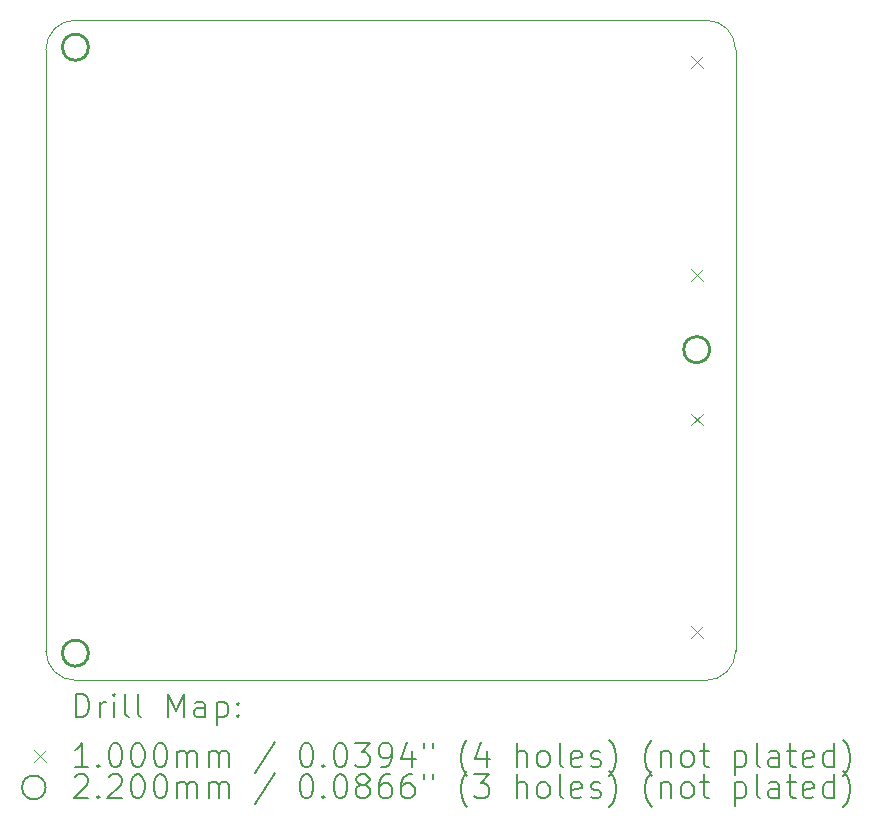
<source format=gbr>
%FSLAX45Y45*%
G04 Gerber Fmt 4.5, Leading zero omitted, Abs format (unit mm)*
G04 Created by KiCad (PCBNEW (6.0.4)) date 2022-07-06 17:34:39*
%MOMM*%
%LPD*%
G01*
G04 APERTURE LIST*
%TA.AperFunction,Profile*%
%ADD10C,0.050000*%
%TD*%
%ADD11C,0.200000*%
%ADD12C,0.100000*%
%ADD13C,0.220000*%
G04 APERTURE END LIST*
D10*
X11230000Y-11270000D02*
X11230000Y-6180000D01*
X11480000Y-5930000D02*
G75*
G03*
X11230000Y-6180000I0J-250000D01*
G01*
X17070000Y-6180000D02*
G75*
G03*
X16820000Y-5930000I-250000J0D01*
G01*
X16820000Y-11520000D02*
G75*
G03*
X17070000Y-11270000I0J250000D01*
G01*
X11230000Y-11270000D02*
G75*
G03*
X11480000Y-11520000I250000J0D01*
G01*
X11480000Y-5930000D02*
X16820000Y-5930000D01*
X16820000Y-11520000D02*
X11480000Y-11520000D01*
X17070000Y-6180000D02*
X17070000Y-11270000D01*
D11*
D12*
X16694000Y-6236000D02*
X16794000Y-6336000D01*
X16794000Y-6236000D02*
X16694000Y-6336000D01*
X16694000Y-8036000D02*
X16794000Y-8136000D01*
X16794000Y-8036000D02*
X16694000Y-8136000D01*
X16694000Y-9261000D02*
X16794000Y-9361000D01*
X16794000Y-9261000D02*
X16694000Y-9361000D01*
X16694000Y-11061000D02*
X16794000Y-11161000D01*
X16794000Y-11061000D02*
X16694000Y-11161000D01*
D13*
X11590000Y-6160000D02*
G75*
G03*
X11590000Y-6160000I-110000J0D01*
G01*
X11590000Y-11290000D02*
G75*
G03*
X11590000Y-11290000I-110000J0D01*
G01*
X16850000Y-8720000D02*
G75*
G03*
X16850000Y-8720000I-110000J0D01*
G01*
D11*
X11485119Y-11832976D02*
X11485119Y-11632976D01*
X11532738Y-11632976D01*
X11561309Y-11642500D01*
X11580357Y-11661548D01*
X11589881Y-11680595D01*
X11599405Y-11718690D01*
X11599405Y-11747262D01*
X11589881Y-11785357D01*
X11580357Y-11804405D01*
X11561309Y-11823452D01*
X11532738Y-11832976D01*
X11485119Y-11832976D01*
X11685119Y-11832976D02*
X11685119Y-11699643D01*
X11685119Y-11737738D02*
X11694643Y-11718690D01*
X11704167Y-11709167D01*
X11723214Y-11699643D01*
X11742262Y-11699643D01*
X11808928Y-11832976D02*
X11808928Y-11699643D01*
X11808928Y-11632976D02*
X11799405Y-11642500D01*
X11808928Y-11652024D01*
X11818452Y-11642500D01*
X11808928Y-11632976D01*
X11808928Y-11652024D01*
X11932738Y-11832976D02*
X11913690Y-11823452D01*
X11904167Y-11804405D01*
X11904167Y-11632976D01*
X12037500Y-11832976D02*
X12018452Y-11823452D01*
X12008928Y-11804405D01*
X12008928Y-11632976D01*
X12266071Y-11832976D02*
X12266071Y-11632976D01*
X12332738Y-11775833D01*
X12399405Y-11632976D01*
X12399405Y-11832976D01*
X12580357Y-11832976D02*
X12580357Y-11728214D01*
X12570833Y-11709167D01*
X12551786Y-11699643D01*
X12513690Y-11699643D01*
X12494643Y-11709167D01*
X12580357Y-11823452D02*
X12561309Y-11832976D01*
X12513690Y-11832976D01*
X12494643Y-11823452D01*
X12485119Y-11804405D01*
X12485119Y-11785357D01*
X12494643Y-11766309D01*
X12513690Y-11756786D01*
X12561309Y-11756786D01*
X12580357Y-11747262D01*
X12675595Y-11699643D02*
X12675595Y-11899643D01*
X12675595Y-11709167D02*
X12694643Y-11699643D01*
X12732738Y-11699643D01*
X12751786Y-11709167D01*
X12761309Y-11718690D01*
X12770833Y-11737738D01*
X12770833Y-11794881D01*
X12761309Y-11813928D01*
X12751786Y-11823452D01*
X12732738Y-11832976D01*
X12694643Y-11832976D01*
X12675595Y-11823452D01*
X12856548Y-11813928D02*
X12866071Y-11823452D01*
X12856548Y-11832976D01*
X12847024Y-11823452D01*
X12856548Y-11813928D01*
X12856548Y-11832976D01*
X12856548Y-11709167D02*
X12866071Y-11718690D01*
X12856548Y-11728214D01*
X12847024Y-11718690D01*
X12856548Y-11709167D01*
X12856548Y-11728214D01*
D12*
X11127500Y-12112500D02*
X11227500Y-12212500D01*
X11227500Y-12112500D02*
X11127500Y-12212500D01*
D11*
X11589881Y-12252976D02*
X11475595Y-12252976D01*
X11532738Y-12252976D02*
X11532738Y-12052976D01*
X11513690Y-12081548D01*
X11494643Y-12100595D01*
X11475595Y-12110119D01*
X11675595Y-12233928D02*
X11685119Y-12243452D01*
X11675595Y-12252976D01*
X11666071Y-12243452D01*
X11675595Y-12233928D01*
X11675595Y-12252976D01*
X11808928Y-12052976D02*
X11827976Y-12052976D01*
X11847024Y-12062500D01*
X11856548Y-12072024D01*
X11866071Y-12091071D01*
X11875595Y-12129167D01*
X11875595Y-12176786D01*
X11866071Y-12214881D01*
X11856548Y-12233928D01*
X11847024Y-12243452D01*
X11827976Y-12252976D01*
X11808928Y-12252976D01*
X11789881Y-12243452D01*
X11780357Y-12233928D01*
X11770833Y-12214881D01*
X11761309Y-12176786D01*
X11761309Y-12129167D01*
X11770833Y-12091071D01*
X11780357Y-12072024D01*
X11789881Y-12062500D01*
X11808928Y-12052976D01*
X11999405Y-12052976D02*
X12018452Y-12052976D01*
X12037500Y-12062500D01*
X12047024Y-12072024D01*
X12056548Y-12091071D01*
X12066071Y-12129167D01*
X12066071Y-12176786D01*
X12056548Y-12214881D01*
X12047024Y-12233928D01*
X12037500Y-12243452D01*
X12018452Y-12252976D01*
X11999405Y-12252976D01*
X11980357Y-12243452D01*
X11970833Y-12233928D01*
X11961309Y-12214881D01*
X11951786Y-12176786D01*
X11951786Y-12129167D01*
X11961309Y-12091071D01*
X11970833Y-12072024D01*
X11980357Y-12062500D01*
X11999405Y-12052976D01*
X12189881Y-12052976D02*
X12208928Y-12052976D01*
X12227976Y-12062500D01*
X12237500Y-12072024D01*
X12247024Y-12091071D01*
X12256548Y-12129167D01*
X12256548Y-12176786D01*
X12247024Y-12214881D01*
X12237500Y-12233928D01*
X12227976Y-12243452D01*
X12208928Y-12252976D01*
X12189881Y-12252976D01*
X12170833Y-12243452D01*
X12161309Y-12233928D01*
X12151786Y-12214881D01*
X12142262Y-12176786D01*
X12142262Y-12129167D01*
X12151786Y-12091071D01*
X12161309Y-12072024D01*
X12170833Y-12062500D01*
X12189881Y-12052976D01*
X12342262Y-12252976D02*
X12342262Y-12119643D01*
X12342262Y-12138690D02*
X12351786Y-12129167D01*
X12370833Y-12119643D01*
X12399405Y-12119643D01*
X12418452Y-12129167D01*
X12427976Y-12148214D01*
X12427976Y-12252976D01*
X12427976Y-12148214D02*
X12437500Y-12129167D01*
X12456548Y-12119643D01*
X12485119Y-12119643D01*
X12504167Y-12129167D01*
X12513690Y-12148214D01*
X12513690Y-12252976D01*
X12608928Y-12252976D02*
X12608928Y-12119643D01*
X12608928Y-12138690D02*
X12618452Y-12129167D01*
X12637500Y-12119643D01*
X12666071Y-12119643D01*
X12685119Y-12129167D01*
X12694643Y-12148214D01*
X12694643Y-12252976D01*
X12694643Y-12148214D02*
X12704167Y-12129167D01*
X12723214Y-12119643D01*
X12751786Y-12119643D01*
X12770833Y-12129167D01*
X12780357Y-12148214D01*
X12780357Y-12252976D01*
X13170833Y-12043452D02*
X12999405Y-12300595D01*
X13427976Y-12052976D02*
X13447024Y-12052976D01*
X13466071Y-12062500D01*
X13475595Y-12072024D01*
X13485119Y-12091071D01*
X13494643Y-12129167D01*
X13494643Y-12176786D01*
X13485119Y-12214881D01*
X13475595Y-12233928D01*
X13466071Y-12243452D01*
X13447024Y-12252976D01*
X13427976Y-12252976D01*
X13408928Y-12243452D01*
X13399405Y-12233928D01*
X13389881Y-12214881D01*
X13380357Y-12176786D01*
X13380357Y-12129167D01*
X13389881Y-12091071D01*
X13399405Y-12072024D01*
X13408928Y-12062500D01*
X13427976Y-12052976D01*
X13580357Y-12233928D02*
X13589881Y-12243452D01*
X13580357Y-12252976D01*
X13570833Y-12243452D01*
X13580357Y-12233928D01*
X13580357Y-12252976D01*
X13713690Y-12052976D02*
X13732738Y-12052976D01*
X13751786Y-12062500D01*
X13761309Y-12072024D01*
X13770833Y-12091071D01*
X13780357Y-12129167D01*
X13780357Y-12176786D01*
X13770833Y-12214881D01*
X13761309Y-12233928D01*
X13751786Y-12243452D01*
X13732738Y-12252976D01*
X13713690Y-12252976D01*
X13694643Y-12243452D01*
X13685119Y-12233928D01*
X13675595Y-12214881D01*
X13666071Y-12176786D01*
X13666071Y-12129167D01*
X13675595Y-12091071D01*
X13685119Y-12072024D01*
X13694643Y-12062500D01*
X13713690Y-12052976D01*
X13847024Y-12052976D02*
X13970833Y-12052976D01*
X13904167Y-12129167D01*
X13932738Y-12129167D01*
X13951786Y-12138690D01*
X13961309Y-12148214D01*
X13970833Y-12167262D01*
X13970833Y-12214881D01*
X13961309Y-12233928D01*
X13951786Y-12243452D01*
X13932738Y-12252976D01*
X13875595Y-12252976D01*
X13856548Y-12243452D01*
X13847024Y-12233928D01*
X14066071Y-12252976D02*
X14104167Y-12252976D01*
X14123214Y-12243452D01*
X14132738Y-12233928D01*
X14151786Y-12205357D01*
X14161309Y-12167262D01*
X14161309Y-12091071D01*
X14151786Y-12072024D01*
X14142262Y-12062500D01*
X14123214Y-12052976D01*
X14085119Y-12052976D01*
X14066071Y-12062500D01*
X14056548Y-12072024D01*
X14047024Y-12091071D01*
X14047024Y-12138690D01*
X14056548Y-12157738D01*
X14066071Y-12167262D01*
X14085119Y-12176786D01*
X14123214Y-12176786D01*
X14142262Y-12167262D01*
X14151786Y-12157738D01*
X14161309Y-12138690D01*
X14332738Y-12119643D02*
X14332738Y-12252976D01*
X14285119Y-12043452D02*
X14237500Y-12186309D01*
X14361309Y-12186309D01*
X14427976Y-12052976D02*
X14427976Y-12091071D01*
X14504167Y-12052976D02*
X14504167Y-12091071D01*
X14799405Y-12329167D02*
X14789881Y-12319643D01*
X14770833Y-12291071D01*
X14761309Y-12272024D01*
X14751786Y-12243452D01*
X14742262Y-12195833D01*
X14742262Y-12157738D01*
X14751786Y-12110119D01*
X14761309Y-12081548D01*
X14770833Y-12062500D01*
X14789881Y-12033928D01*
X14799405Y-12024405D01*
X14961309Y-12119643D02*
X14961309Y-12252976D01*
X14913690Y-12043452D02*
X14866071Y-12186309D01*
X14989881Y-12186309D01*
X15218452Y-12252976D02*
X15218452Y-12052976D01*
X15304167Y-12252976D02*
X15304167Y-12148214D01*
X15294643Y-12129167D01*
X15275595Y-12119643D01*
X15247024Y-12119643D01*
X15227976Y-12129167D01*
X15218452Y-12138690D01*
X15427976Y-12252976D02*
X15408928Y-12243452D01*
X15399405Y-12233928D01*
X15389881Y-12214881D01*
X15389881Y-12157738D01*
X15399405Y-12138690D01*
X15408928Y-12129167D01*
X15427976Y-12119643D01*
X15456548Y-12119643D01*
X15475595Y-12129167D01*
X15485119Y-12138690D01*
X15494643Y-12157738D01*
X15494643Y-12214881D01*
X15485119Y-12233928D01*
X15475595Y-12243452D01*
X15456548Y-12252976D01*
X15427976Y-12252976D01*
X15608928Y-12252976D02*
X15589881Y-12243452D01*
X15580357Y-12224405D01*
X15580357Y-12052976D01*
X15761309Y-12243452D02*
X15742262Y-12252976D01*
X15704167Y-12252976D01*
X15685119Y-12243452D01*
X15675595Y-12224405D01*
X15675595Y-12148214D01*
X15685119Y-12129167D01*
X15704167Y-12119643D01*
X15742262Y-12119643D01*
X15761309Y-12129167D01*
X15770833Y-12148214D01*
X15770833Y-12167262D01*
X15675595Y-12186309D01*
X15847024Y-12243452D02*
X15866071Y-12252976D01*
X15904167Y-12252976D01*
X15923214Y-12243452D01*
X15932738Y-12224405D01*
X15932738Y-12214881D01*
X15923214Y-12195833D01*
X15904167Y-12186309D01*
X15875595Y-12186309D01*
X15856548Y-12176786D01*
X15847024Y-12157738D01*
X15847024Y-12148214D01*
X15856548Y-12129167D01*
X15875595Y-12119643D01*
X15904167Y-12119643D01*
X15923214Y-12129167D01*
X15999405Y-12329167D02*
X16008928Y-12319643D01*
X16027976Y-12291071D01*
X16037500Y-12272024D01*
X16047024Y-12243452D01*
X16056548Y-12195833D01*
X16056548Y-12157738D01*
X16047024Y-12110119D01*
X16037500Y-12081548D01*
X16027976Y-12062500D01*
X16008928Y-12033928D01*
X15999405Y-12024405D01*
X16361309Y-12329167D02*
X16351786Y-12319643D01*
X16332738Y-12291071D01*
X16323214Y-12272024D01*
X16313690Y-12243452D01*
X16304167Y-12195833D01*
X16304167Y-12157738D01*
X16313690Y-12110119D01*
X16323214Y-12081548D01*
X16332738Y-12062500D01*
X16351786Y-12033928D01*
X16361309Y-12024405D01*
X16437500Y-12119643D02*
X16437500Y-12252976D01*
X16437500Y-12138690D02*
X16447024Y-12129167D01*
X16466071Y-12119643D01*
X16494643Y-12119643D01*
X16513690Y-12129167D01*
X16523214Y-12148214D01*
X16523214Y-12252976D01*
X16647024Y-12252976D02*
X16627976Y-12243452D01*
X16618452Y-12233928D01*
X16608928Y-12214881D01*
X16608928Y-12157738D01*
X16618452Y-12138690D01*
X16627976Y-12129167D01*
X16647024Y-12119643D01*
X16675595Y-12119643D01*
X16694643Y-12129167D01*
X16704167Y-12138690D01*
X16713690Y-12157738D01*
X16713690Y-12214881D01*
X16704167Y-12233928D01*
X16694643Y-12243452D01*
X16675595Y-12252976D01*
X16647024Y-12252976D01*
X16770833Y-12119643D02*
X16847024Y-12119643D01*
X16799405Y-12052976D02*
X16799405Y-12224405D01*
X16808929Y-12243452D01*
X16827976Y-12252976D01*
X16847024Y-12252976D01*
X17066071Y-12119643D02*
X17066071Y-12319643D01*
X17066071Y-12129167D02*
X17085119Y-12119643D01*
X17123214Y-12119643D01*
X17142262Y-12129167D01*
X17151786Y-12138690D01*
X17161310Y-12157738D01*
X17161310Y-12214881D01*
X17151786Y-12233928D01*
X17142262Y-12243452D01*
X17123214Y-12252976D01*
X17085119Y-12252976D01*
X17066071Y-12243452D01*
X17275595Y-12252976D02*
X17256548Y-12243452D01*
X17247024Y-12224405D01*
X17247024Y-12052976D01*
X17437500Y-12252976D02*
X17437500Y-12148214D01*
X17427976Y-12129167D01*
X17408929Y-12119643D01*
X17370833Y-12119643D01*
X17351786Y-12129167D01*
X17437500Y-12243452D02*
X17418452Y-12252976D01*
X17370833Y-12252976D01*
X17351786Y-12243452D01*
X17342262Y-12224405D01*
X17342262Y-12205357D01*
X17351786Y-12186309D01*
X17370833Y-12176786D01*
X17418452Y-12176786D01*
X17437500Y-12167262D01*
X17504167Y-12119643D02*
X17580357Y-12119643D01*
X17532738Y-12052976D02*
X17532738Y-12224405D01*
X17542262Y-12243452D01*
X17561310Y-12252976D01*
X17580357Y-12252976D01*
X17723214Y-12243452D02*
X17704167Y-12252976D01*
X17666071Y-12252976D01*
X17647024Y-12243452D01*
X17637500Y-12224405D01*
X17637500Y-12148214D01*
X17647024Y-12129167D01*
X17666071Y-12119643D01*
X17704167Y-12119643D01*
X17723214Y-12129167D01*
X17732738Y-12148214D01*
X17732738Y-12167262D01*
X17637500Y-12186309D01*
X17904167Y-12252976D02*
X17904167Y-12052976D01*
X17904167Y-12243452D02*
X17885119Y-12252976D01*
X17847024Y-12252976D01*
X17827976Y-12243452D01*
X17818452Y-12233928D01*
X17808929Y-12214881D01*
X17808929Y-12157738D01*
X17818452Y-12138690D01*
X17827976Y-12129167D01*
X17847024Y-12119643D01*
X17885119Y-12119643D01*
X17904167Y-12129167D01*
X17980357Y-12329167D02*
X17989881Y-12319643D01*
X18008929Y-12291071D01*
X18018452Y-12272024D01*
X18027976Y-12243452D01*
X18037500Y-12195833D01*
X18037500Y-12157738D01*
X18027976Y-12110119D01*
X18018452Y-12081548D01*
X18008929Y-12062500D01*
X17989881Y-12033928D01*
X17980357Y-12024405D01*
X11227500Y-12426500D02*
G75*
G03*
X11227500Y-12426500I-100000J0D01*
G01*
X11475595Y-12336024D02*
X11485119Y-12326500D01*
X11504167Y-12316976D01*
X11551786Y-12316976D01*
X11570833Y-12326500D01*
X11580357Y-12336024D01*
X11589881Y-12355071D01*
X11589881Y-12374119D01*
X11580357Y-12402690D01*
X11466071Y-12516976D01*
X11589881Y-12516976D01*
X11675595Y-12497928D02*
X11685119Y-12507452D01*
X11675595Y-12516976D01*
X11666071Y-12507452D01*
X11675595Y-12497928D01*
X11675595Y-12516976D01*
X11761309Y-12336024D02*
X11770833Y-12326500D01*
X11789881Y-12316976D01*
X11837500Y-12316976D01*
X11856548Y-12326500D01*
X11866071Y-12336024D01*
X11875595Y-12355071D01*
X11875595Y-12374119D01*
X11866071Y-12402690D01*
X11751786Y-12516976D01*
X11875595Y-12516976D01*
X11999405Y-12316976D02*
X12018452Y-12316976D01*
X12037500Y-12326500D01*
X12047024Y-12336024D01*
X12056548Y-12355071D01*
X12066071Y-12393167D01*
X12066071Y-12440786D01*
X12056548Y-12478881D01*
X12047024Y-12497928D01*
X12037500Y-12507452D01*
X12018452Y-12516976D01*
X11999405Y-12516976D01*
X11980357Y-12507452D01*
X11970833Y-12497928D01*
X11961309Y-12478881D01*
X11951786Y-12440786D01*
X11951786Y-12393167D01*
X11961309Y-12355071D01*
X11970833Y-12336024D01*
X11980357Y-12326500D01*
X11999405Y-12316976D01*
X12189881Y-12316976D02*
X12208928Y-12316976D01*
X12227976Y-12326500D01*
X12237500Y-12336024D01*
X12247024Y-12355071D01*
X12256548Y-12393167D01*
X12256548Y-12440786D01*
X12247024Y-12478881D01*
X12237500Y-12497928D01*
X12227976Y-12507452D01*
X12208928Y-12516976D01*
X12189881Y-12516976D01*
X12170833Y-12507452D01*
X12161309Y-12497928D01*
X12151786Y-12478881D01*
X12142262Y-12440786D01*
X12142262Y-12393167D01*
X12151786Y-12355071D01*
X12161309Y-12336024D01*
X12170833Y-12326500D01*
X12189881Y-12316976D01*
X12342262Y-12516976D02*
X12342262Y-12383643D01*
X12342262Y-12402690D02*
X12351786Y-12393167D01*
X12370833Y-12383643D01*
X12399405Y-12383643D01*
X12418452Y-12393167D01*
X12427976Y-12412214D01*
X12427976Y-12516976D01*
X12427976Y-12412214D02*
X12437500Y-12393167D01*
X12456548Y-12383643D01*
X12485119Y-12383643D01*
X12504167Y-12393167D01*
X12513690Y-12412214D01*
X12513690Y-12516976D01*
X12608928Y-12516976D02*
X12608928Y-12383643D01*
X12608928Y-12402690D02*
X12618452Y-12393167D01*
X12637500Y-12383643D01*
X12666071Y-12383643D01*
X12685119Y-12393167D01*
X12694643Y-12412214D01*
X12694643Y-12516976D01*
X12694643Y-12412214D02*
X12704167Y-12393167D01*
X12723214Y-12383643D01*
X12751786Y-12383643D01*
X12770833Y-12393167D01*
X12780357Y-12412214D01*
X12780357Y-12516976D01*
X13170833Y-12307452D02*
X12999405Y-12564595D01*
X13427976Y-12316976D02*
X13447024Y-12316976D01*
X13466071Y-12326500D01*
X13475595Y-12336024D01*
X13485119Y-12355071D01*
X13494643Y-12393167D01*
X13494643Y-12440786D01*
X13485119Y-12478881D01*
X13475595Y-12497928D01*
X13466071Y-12507452D01*
X13447024Y-12516976D01*
X13427976Y-12516976D01*
X13408928Y-12507452D01*
X13399405Y-12497928D01*
X13389881Y-12478881D01*
X13380357Y-12440786D01*
X13380357Y-12393167D01*
X13389881Y-12355071D01*
X13399405Y-12336024D01*
X13408928Y-12326500D01*
X13427976Y-12316976D01*
X13580357Y-12497928D02*
X13589881Y-12507452D01*
X13580357Y-12516976D01*
X13570833Y-12507452D01*
X13580357Y-12497928D01*
X13580357Y-12516976D01*
X13713690Y-12316976D02*
X13732738Y-12316976D01*
X13751786Y-12326500D01*
X13761309Y-12336024D01*
X13770833Y-12355071D01*
X13780357Y-12393167D01*
X13780357Y-12440786D01*
X13770833Y-12478881D01*
X13761309Y-12497928D01*
X13751786Y-12507452D01*
X13732738Y-12516976D01*
X13713690Y-12516976D01*
X13694643Y-12507452D01*
X13685119Y-12497928D01*
X13675595Y-12478881D01*
X13666071Y-12440786D01*
X13666071Y-12393167D01*
X13675595Y-12355071D01*
X13685119Y-12336024D01*
X13694643Y-12326500D01*
X13713690Y-12316976D01*
X13894643Y-12402690D02*
X13875595Y-12393167D01*
X13866071Y-12383643D01*
X13856548Y-12364595D01*
X13856548Y-12355071D01*
X13866071Y-12336024D01*
X13875595Y-12326500D01*
X13894643Y-12316976D01*
X13932738Y-12316976D01*
X13951786Y-12326500D01*
X13961309Y-12336024D01*
X13970833Y-12355071D01*
X13970833Y-12364595D01*
X13961309Y-12383643D01*
X13951786Y-12393167D01*
X13932738Y-12402690D01*
X13894643Y-12402690D01*
X13875595Y-12412214D01*
X13866071Y-12421738D01*
X13856548Y-12440786D01*
X13856548Y-12478881D01*
X13866071Y-12497928D01*
X13875595Y-12507452D01*
X13894643Y-12516976D01*
X13932738Y-12516976D01*
X13951786Y-12507452D01*
X13961309Y-12497928D01*
X13970833Y-12478881D01*
X13970833Y-12440786D01*
X13961309Y-12421738D01*
X13951786Y-12412214D01*
X13932738Y-12402690D01*
X14142262Y-12316976D02*
X14104167Y-12316976D01*
X14085119Y-12326500D01*
X14075595Y-12336024D01*
X14056548Y-12364595D01*
X14047024Y-12402690D01*
X14047024Y-12478881D01*
X14056548Y-12497928D01*
X14066071Y-12507452D01*
X14085119Y-12516976D01*
X14123214Y-12516976D01*
X14142262Y-12507452D01*
X14151786Y-12497928D01*
X14161309Y-12478881D01*
X14161309Y-12431262D01*
X14151786Y-12412214D01*
X14142262Y-12402690D01*
X14123214Y-12393167D01*
X14085119Y-12393167D01*
X14066071Y-12402690D01*
X14056548Y-12412214D01*
X14047024Y-12431262D01*
X14332738Y-12316976D02*
X14294643Y-12316976D01*
X14275595Y-12326500D01*
X14266071Y-12336024D01*
X14247024Y-12364595D01*
X14237500Y-12402690D01*
X14237500Y-12478881D01*
X14247024Y-12497928D01*
X14256548Y-12507452D01*
X14275595Y-12516976D01*
X14313690Y-12516976D01*
X14332738Y-12507452D01*
X14342262Y-12497928D01*
X14351786Y-12478881D01*
X14351786Y-12431262D01*
X14342262Y-12412214D01*
X14332738Y-12402690D01*
X14313690Y-12393167D01*
X14275595Y-12393167D01*
X14256548Y-12402690D01*
X14247024Y-12412214D01*
X14237500Y-12431262D01*
X14427976Y-12316976D02*
X14427976Y-12355071D01*
X14504167Y-12316976D02*
X14504167Y-12355071D01*
X14799405Y-12593167D02*
X14789881Y-12583643D01*
X14770833Y-12555071D01*
X14761309Y-12536024D01*
X14751786Y-12507452D01*
X14742262Y-12459833D01*
X14742262Y-12421738D01*
X14751786Y-12374119D01*
X14761309Y-12345548D01*
X14770833Y-12326500D01*
X14789881Y-12297928D01*
X14799405Y-12288405D01*
X14856548Y-12316976D02*
X14980357Y-12316976D01*
X14913690Y-12393167D01*
X14942262Y-12393167D01*
X14961309Y-12402690D01*
X14970833Y-12412214D01*
X14980357Y-12431262D01*
X14980357Y-12478881D01*
X14970833Y-12497928D01*
X14961309Y-12507452D01*
X14942262Y-12516976D01*
X14885119Y-12516976D01*
X14866071Y-12507452D01*
X14856548Y-12497928D01*
X15218452Y-12516976D02*
X15218452Y-12316976D01*
X15304167Y-12516976D02*
X15304167Y-12412214D01*
X15294643Y-12393167D01*
X15275595Y-12383643D01*
X15247024Y-12383643D01*
X15227976Y-12393167D01*
X15218452Y-12402690D01*
X15427976Y-12516976D02*
X15408928Y-12507452D01*
X15399405Y-12497928D01*
X15389881Y-12478881D01*
X15389881Y-12421738D01*
X15399405Y-12402690D01*
X15408928Y-12393167D01*
X15427976Y-12383643D01*
X15456548Y-12383643D01*
X15475595Y-12393167D01*
X15485119Y-12402690D01*
X15494643Y-12421738D01*
X15494643Y-12478881D01*
X15485119Y-12497928D01*
X15475595Y-12507452D01*
X15456548Y-12516976D01*
X15427976Y-12516976D01*
X15608928Y-12516976D02*
X15589881Y-12507452D01*
X15580357Y-12488405D01*
X15580357Y-12316976D01*
X15761309Y-12507452D02*
X15742262Y-12516976D01*
X15704167Y-12516976D01*
X15685119Y-12507452D01*
X15675595Y-12488405D01*
X15675595Y-12412214D01*
X15685119Y-12393167D01*
X15704167Y-12383643D01*
X15742262Y-12383643D01*
X15761309Y-12393167D01*
X15770833Y-12412214D01*
X15770833Y-12431262D01*
X15675595Y-12450309D01*
X15847024Y-12507452D02*
X15866071Y-12516976D01*
X15904167Y-12516976D01*
X15923214Y-12507452D01*
X15932738Y-12488405D01*
X15932738Y-12478881D01*
X15923214Y-12459833D01*
X15904167Y-12450309D01*
X15875595Y-12450309D01*
X15856548Y-12440786D01*
X15847024Y-12421738D01*
X15847024Y-12412214D01*
X15856548Y-12393167D01*
X15875595Y-12383643D01*
X15904167Y-12383643D01*
X15923214Y-12393167D01*
X15999405Y-12593167D02*
X16008928Y-12583643D01*
X16027976Y-12555071D01*
X16037500Y-12536024D01*
X16047024Y-12507452D01*
X16056548Y-12459833D01*
X16056548Y-12421738D01*
X16047024Y-12374119D01*
X16037500Y-12345548D01*
X16027976Y-12326500D01*
X16008928Y-12297928D01*
X15999405Y-12288405D01*
X16361309Y-12593167D02*
X16351786Y-12583643D01*
X16332738Y-12555071D01*
X16323214Y-12536024D01*
X16313690Y-12507452D01*
X16304167Y-12459833D01*
X16304167Y-12421738D01*
X16313690Y-12374119D01*
X16323214Y-12345548D01*
X16332738Y-12326500D01*
X16351786Y-12297928D01*
X16361309Y-12288405D01*
X16437500Y-12383643D02*
X16437500Y-12516976D01*
X16437500Y-12402690D02*
X16447024Y-12393167D01*
X16466071Y-12383643D01*
X16494643Y-12383643D01*
X16513690Y-12393167D01*
X16523214Y-12412214D01*
X16523214Y-12516976D01*
X16647024Y-12516976D02*
X16627976Y-12507452D01*
X16618452Y-12497928D01*
X16608928Y-12478881D01*
X16608928Y-12421738D01*
X16618452Y-12402690D01*
X16627976Y-12393167D01*
X16647024Y-12383643D01*
X16675595Y-12383643D01*
X16694643Y-12393167D01*
X16704167Y-12402690D01*
X16713690Y-12421738D01*
X16713690Y-12478881D01*
X16704167Y-12497928D01*
X16694643Y-12507452D01*
X16675595Y-12516976D01*
X16647024Y-12516976D01*
X16770833Y-12383643D02*
X16847024Y-12383643D01*
X16799405Y-12316976D02*
X16799405Y-12488405D01*
X16808929Y-12507452D01*
X16827976Y-12516976D01*
X16847024Y-12516976D01*
X17066071Y-12383643D02*
X17066071Y-12583643D01*
X17066071Y-12393167D02*
X17085119Y-12383643D01*
X17123214Y-12383643D01*
X17142262Y-12393167D01*
X17151786Y-12402690D01*
X17161310Y-12421738D01*
X17161310Y-12478881D01*
X17151786Y-12497928D01*
X17142262Y-12507452D01*
X17123214Y-12516976D01*
X17085119Y-12516976D01*
X17066071Y-12507452D01*
X17275595Y-12516976D02*
X17256548Y-12507452D01*
X17247024Y-12488405D01*
X17247024Y-12316976D01*
X17437500Y-12516976D02*
X17437500Y-12412214D01*
X17427976Y-12393167D01*
X17408929Y-12383643D01*
X17370833Y-12383643D01*
X17351786Y-12393167D01*
X17437500Y-12507452D02*
X17418452Y-12516976D01*
X17370833Y-12516976D01*
X17351786Y-12507452D01*
X17342262Y-12488405D01*
X17342262Y-12469357D01*
X17351786Y-12450309D01*
X17370833Y-12440786D01*
X17418452Y-12440786D01*
X17437500Y-12431262D01*
X17504167Y-12383643D02*
X17580357Y-12383643D01*
X17532738Y-12316976D02*
X17532738Y-12488405D01*
X17542262Y-12507452D01*
X17561310Y-12516976D01*
X17580357Y-12516976D01*
X17723214Y-12507452D02*
X17704167Y-12516976D01*
X17666071Y-12516976D01*
X17647024Y-12507452D01*
X17637500Y-12488405D01*
X17637500Y-12412214D01*
X17647024Y-12393167D01*
X17666071Y-12383643D01*
X17704167Y-12383643D01*
X17723214Y-12393167D01*
X17732738Y-12412214D01*
X17732738Y-12431262D01*
X17637500Y-12450309D01*
X17904167Y-12516976D02*
X17904167Y-12316976D01*
X17904167Y-12507452D02*
X17885119Y-12516976D01*
X17847024Y-12516976D01*
X17827976Y-12507452D01*
X17818452Y-12497928D01*
X17808929Y-12478881D01*
X17808929Y-12421738D01*
X17818452Y-12402690D01*
X17827976Y-12393167D01*
X17847024Y-12383643D01*
X17885119Y-12383643D01*
X17904167Y-12393167D01*
X17980357Y-12593167D02*
X17989881Y-12583643D01*
X18008929Y-12555071D01*
X18018452Y-12536024D01*
X18027976Y-12507452D01*
X18037500Y-12459833D01*
X18037500Y-12421738D01*
X18027976Y-12374119D01*
X18018452Y-12345548D01*
X18008929Y-12326500D01*
X17989881Y-12297928D01*
X17980357Y-12288405D01*
M02*

</source>
